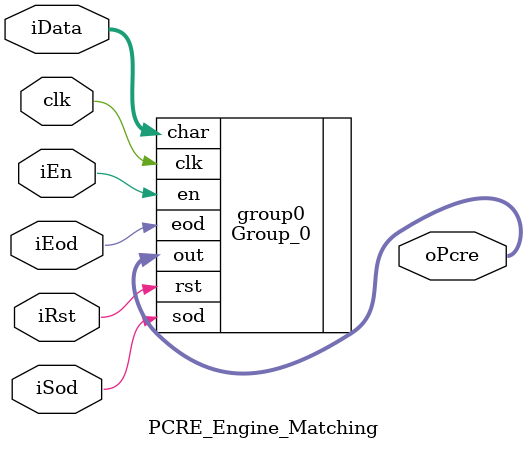
<source format=v>
 module PCRE_Engine_Matching
	#(
	parameter NO_PCRE = 97
	)
	(
	//input
	input clk, iEn, iSod, iEod,iRst,
	input [7:0] iData,
	//output
	output [NO_PCRE -1 : 0 ] oPcre
	);
	Group_0 group0(
	.clk(clk),
	.rst(iRst),
.sod(iSod),
.eod(iEod),
.en(iEn),
.char(iData),
.out(oPcre)
);
endmodule

</source>
